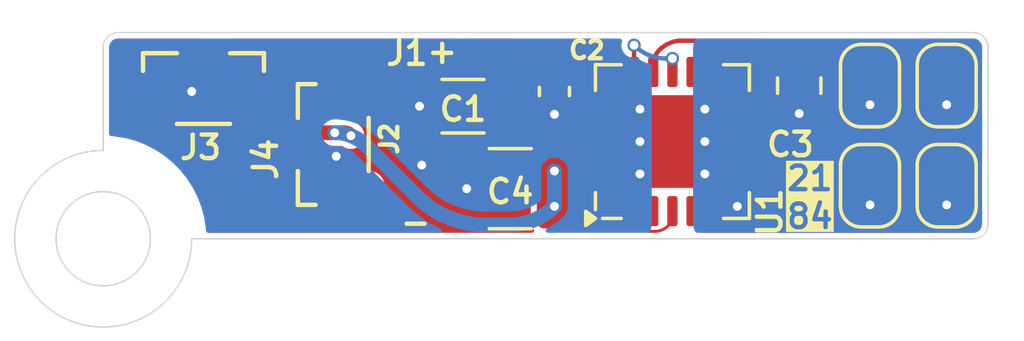
<source format=kicad_pcb>
(kicad_pcb (version 20240108) (generator "pcbnew") (generator_version "8.0")
  (layers (0 "F.Cu" signal) (31 "B.Cu" signal) (34 "B.Paste" user) (35 "F.Paste" user) (36 "B.SilkS" user "B.Silkscreen") (37 "F.SilkS" user "F.Silkscreen") (38 "B.Mask" user) (39 "F.Mask" user) (44 "Edge.Cuts" user))
  (net 0 "")
  (net 1 "GND")
  (net 2 "Net-(U1-NR)")
  (net 3 "Net-(JP1-B)")
  (net 4 "Net-(JP2-B)")
  (net 5 "Net-(JP3-B)")
  (net 6 "Net-(JP4-B)")
  (net 10 "/IN")
  (net 11 "/OUT")
  (footprint "Capacitor_SMD:C_1210_3225Metric" (layer "F.Cu") (at 148.8 101.8 180)
    (property "Reference" "C4" (at 0 -0.1 360) (layer "F.SilkS") (effects (font (size 0.8 0.8))))
    (property "Value" "22µF 16V")
    (fp_line (start -0.711252 1.36) (end 0.711252 1.36) (stroke (width 0.12)) (layer "F.SilkS"))
    (fp_line (start -0.711252 -1.36) (end 0.711252 -1.36) (stroke (width 0.12)) (layer "F.SilkS"))
    (pad "1" smd roundrect (at -1.475 0 180) (size 1.15 2.7) (layers "F.Cu" "F.Paste" "F.Mask") (roundrect_rratio 0.217391) (net 11 "/OUT"))
    (pad "2" smd roundrect (at 1.475 0 180) (size 1.15 2.7) (layers "F.Cu" "F.Paste" "F.Mask") (roundrect_rratio 0.217391) (net 1 "GND"))
  )
  (footprint "Connector_Wire:SolderWirePad_1x01_SMD_1x2mm" (layer "F.Cu") (at 148.1 97.2 -90)
    (property "Reference" "J1" (at 0 2.8 180) (layer "F.SilkS") (effects (font (size 0.8 0.8))))
    (property "Value" "IN+")
    (pad "1" smd roundrect (at 0 0 270) (size 1 2) (layers "F.Cu" "F.Paste" "F.Mask") (net 10 "/IN"))
  )
  (footprint "Jumper:SolderJumper-2_P1.3mm_Open_RoundedPad1.0x1.5mm" (layer "F.Cu") (at 163.6 101.7 90)
    (property "Reference" "JP2" (hide yes))
    (property "Value" "0.4V")
    (fp_line (start -0.7 -1) (end 0.7 -1) (stroke (width 0.12)) (layer "F.SilkS"))
    (fp_line (start 1.4 -0.3) (end 1.4 0.3) (stroke (width 0.12)) (layer "F.SilkS"))
    (fp_line (start -1.4 0.3) (end -1.4 -0.3) (stroke (width 0.12)) (layer "F.SilkS"))
    (fp_line (start 0.7 1) (end -0.7 1) (stroke (width 0.12)) (layer "F.SilkS"))
    (fp_arc (start 0.7 -1) (mid 1.194975 -0.794975) (end 1.4 -0.3) (stroke (width 0.12)) (layer "F.SilkS"))
    (fp_arc (start -1.4 -0.3) (mid -1.194975 -0.794975) (end -0.7 -1) (stroke (width 0.12)) (layer "F.SilkS"))
    (fp_arc (start 1.4 0.3) (mid 1.194975 0.794975) (end 0.7 1) (stroke (width 0.12)) (layer "F.SilkS"))
    (fp_arc (start -0.7 1) (mid -1.194975 0.794975) (end -1.4 0.3) (stroke (width 0.12)) (layer "F.SilkS"))
    (pad "1" smd custom (at -0.65 0 90) (size 1 0.5) (layers "F.Cu" "F.Mask") (net 1 "GND") (options (clearance outline) (anchor rect)) (primitives (gr_circle (center 0 0.25) (end 0.5 0.25) (width 0) (fill yes)) (gr_circle (center 0 -0.25) (end 0.5 -0.25) (width 0) (fill yes)) (gr_poly (pts (xy 0.5 0.75) (xy 0 0.75) (xy 0 -0.75) (xy 0.5 -0.75)) (width 0) (fill yes))))
    (pad "2" smd custom (at 0.65 0 90) (size 1 0.5) (layers "F.Cu" "F.Mask") (net 4 "Net-(JP2-B)") (options (clearance outline) (anchor rect)) (primitives (gr_circle (center 0 0.25) (end 0.5 0.25) (width 0) (fill yes)) (gr_circle (center 0 -0.25) (end 0.5 -0.25) (width 0) (fill yes)) (gr_poly (pts (xy 0 0.75) (xy -0.5 0.75) (xy -0.5 -0.75) (xy 0 -0.75)) (width 0) (fill yes))))
  )
  (footprint "Capacitor_SMD:C_0805_2012Metric" (layer "F.Cu") (at 158.6 98.3 -90)
    (property "Reference" "C3" (at 2 0.3 0) (layer "F.SilkS") (effects (font (size 0.8 0.8))))
    (property "Value" "1µF 50Vl")
    (fp_line (start -0.261252 0.735) (end 0.261252 0.735) (stroke (width 0.12)) (layer "F.SilkS"))
    (fp_line (start -0.261252 -0.735) (end 0.261252 -0.735) (stroke (width 0.12)) (layer "F.SilkS"))
    (pad "1" smd roundrect (at -0.95 0 270) (size 1 1.45) (layers "F.Cu" "F.Paste" "F.Mask") (net 2 "Net-(U1-NR)"))
    (pad "2" smd roundrect (at 0.95 0 270) (size 1 1.45) (layers "F.Cu" "F.Paste" "F.Mask") (net 1 "GND"))
  )
  (footprint "BW_Connectors:Amphenol_MINITEK_0.8_2P_V" (layer "F.Cu") (at 138.4 98.4)
    (property "Reference" "J3" (at -0.1 2 360) (layer "F.SilkS") (effects (font (size 0.8 0.8))))
    (property "Value" "OUT")
    (fp_line (start -2.05 -1.2) (end -0.9 -1.2) (stroke (width 0.15)) (layer "F.SilkS"))
    (fp_line (start -2.05 -0.6) (end -2.05 -1.2) (stroke (width 0.15)) (layer "F.SilkS"))
    (fp_line (start -0.9 1.2) (end 0.9 1.2) (stroke (width 0.15)) (layer "F.SilkS"))
    (fp_line (start 0.9 -1.2) (end 2.05 -1.2) (stroke (width 0.15)) (layer "F.SilkS"))
    (fp_line (start 2.05 -1.2) (end 2.05 -0.6) (stroke (width 0.15)) (layer "F.SilkS"))
    (pad "1" smd roundrect (at 0.4 -1) (size 0.5 1.3) (layers "F.Cu" "F.Paste" "F.Mask") (net 11 "/OUT"))
    (pad "2" smd roundrect (at -0.4 -1) (size 0.5 1.3) (layers "F.Cu" "F.Paste" "F.Mask") (net 1 "GND"))
    (pad "M" smd roundrect (at -1.8 0.6) (size 1.4 1.9) (layers "F.Cu" "F.Paste" "F.Mask"))
    (pad "M" smd roundrect (at 1.8 0.6) (size 1.4 1.9) (layers "F.Cu" "F.Paste" "F.Mask"))
  )
  (footprint "Jumper:SolderJumper-2_P1.3mm_Open_RoundedPad1.0x1.5mm" (layer "F.Cu") (at 163.6 98.3 90)
    (property "Reference" "JP4" (hide yes))
    (property "Value" "0.1V")
    (fp_line (start -0.7 -1) (end 0.7 -1) (stroke (width 0.12)) (layer "F.SilkS"))
    (fp_line (start 1.4 -0.3) (end 1.4 0.3) (stroke (width 0.12)) (layer "F.SilkS"))
    (fp_line (start -1.4 0.3) (end -1.4 -0.3) (stroke (width 0.12)) (layer "F.SilkS"))
    (fp_line (start 0.7 1) (end -0.7 1) (stroke (width 0.12)) (layer "F.SilkS"))
    (fp_arc (start 0.7 -1) (mid 1.194975 -0.794975) (end 1.4 -0.3) (stroke (width 0.12)) (layer "F.SilkS"))
    (fp_arc (start -1.4 -0.3) (mid -1.194975 -0.794975) (end -0.7 -1) (stroke (width 0.12)) (layer "F.SilkS"))
    (fp_arc (start 1.4 0.3) (mid 1.194975 0.794975) (end 0.7 1) (stroke (width 0.12)) (layer "F.SilkS"))
    (fp_arc (start -0.7 1) (mid -1.194975 0.794975) (end -1.4 0.3) (stroke (width 0.12)) (layer "F.SilkS"))
    (pad "1" smd custom (at -0.65 0 90) (size 1 0.5) (layers "F.Cu" "F.Mask") (net 1 "GND") (options (clearance outline) (anchor rect)) (primitives (gr_circle (center 0 0.25) (end 0.5 0.25) (width 0) (fill yes)) (gr_circle (center 0 -0.25) (end 0.5 -0.25) (width 0) (fill yes)) (gr_poly (pts (xy 0.5 0.75) (xy 0 0.75) (xy 0 -0.75) (xy 0.5 -0.75)) (width 0) (fill yes))))
    (pad "2" smd custom (at 0.65 0 90) (size 1 0.5) (layers "F.Cu" "F.Mask") (net 6 "Net-(JP4-B)") (options (clearance outline) (anchor rect)) (primitives (gr_circle (center 0 0.25) (end 0.5 0.25) (width 0) (fill yes)) (gr_circle (center 0 -0.25) (end 0.5 -0.25) (width 0) (fill yes)) (gr_poly (pts (xy 0 0.75) (xy -0.5 0.75) (xy -0.5 -0.75) (xy 0 -0.75)) (width 0) (fill yes))))
  )
  (footprint "Package_DFN_QFN:Texas_RGW0020A_VQFN-20-1EP_5x5mm_P0.65mm_EP3.15x3.15mm" (layer "F.Cu") (at 154.3 100.2 90)
    (property "Reference" "U1" (at -2.4 3.3 90) (layer "F.SilkS") (effects (font (size 0.8 0.8))))
    (property "Value" "TPS7A47")
    (fp_line (start 2.61 -2.61) (end 2.61 -1.735) (stroke (width 0.12)) (layer "F.SilkS"))
    (fp_line (start 1.735 -2.61) (end 2.61 -2.61) (stroke (width 0.12)) (layer "F.SilkS"))
    (fp_line (start -1.735 -2.61) (end -2.31 -2.61) (stroke (width 0.12)) (layer "F.SilkS"))
    (fp_line (start -2.61 -1.735) (end -2.61 -2.37) (stroke (width 0.12)) (layer "F.SilkS"))
    (fp_line (start 2.61 2.61) (end 2.61 1.735) (stroke (width 0.12)) (layer "F.SilkS"))
    (fp_line (start 1.735 2.61) (end 2.61 2.61) (stroke (width 0.12)) (layer "F.SilkS"))
    (fp_line (start -1.735 2.61) (end -2.61 2.61) (stroke (width 0.12)) (layer "F.SilkS"))
    (fp_line (start -2.61 2.61) (end -2.61 1.735) (stroke (width 0.12)) (layer "F.SilkS"))
    (fp_poly (pts (xy -2.61 -2.61) (xy -2.85 -2.94) (xy -2.37 -2.94) (xy -2.61 -2.61)) (stroke (width 0.12)) (fill solid) (layer "F.SilkS"))
    (pad "1" smd roundrect (at -2.3625 -1.3 90) (size 1.025 0.35) (layers "F.Cu" "F.Paste" "F.Mask") (net 11 "/OUT"))
    (pad "2" smd roundrect (at -2.3625 -0.65 90) (size 1.025 0.35) (layers "F.Cu" "F.Paste" "F.Mask"))
    (pad "3" smd roundrect (at -2.3625 0 90) (size 1.025 0.35) (layers "F.Cu" "F.Paste" "F.Mask") (net 11 "/OUT"))
    (pad "4" smd roundrect (at -2.3625 0.65 90) (size 1.025 0.35) (layers "F.Cu" "F.Paste" "F.Mask"))
    (pad "5" smd roundrect (at -2.3625 1.3 90) (size 1.025 0.35) (layers "F.Cu" "F.Paste" "F.Mask") (net 1 "GND"))
    (pad "6" smd roundrect (at -1.3 2.3625 90) (size 0.35 1.025) (layers "F.Cu" "F.Paste" "F.Mask") (net 1 "GND"))
    (pad "7" smd roundrect (at -0.65 2.3625 90) (size 0.35 1.025) (layers "F.Cu" "F.Paste" "F.Mask") (net 1 "GND"))
    (pad "8" smd roundrect (at 0 2.3625 90) (size 0.35 1.025) (layers "F.Cu" "F.Paste" "F.Mask"))
    (pad "9" smd roundrect (at 0.65 2.3625 90) (size 0.35 1.025) (layers "F.Cu" "F.Paste" "F.Mask") (net 3 "Net-(JP1-B)"))
    (pad "10" smd roundrect (at 1.3 2.3625 90) (size 0.35 1.025) (layers "F.Cu" "F.Paste" "F.Mask") (net 4 "Net-(JP2-B)"))
    (pad "11" smd roundrect (at 2.3625 1.3 90) (size 1.025 0.35) (layers "F.Cu" "F.Paste" "F.Mask") (net 5 "Net-(JP3-B)"))
    (pad "12" smd roundrect (at 2.3625 0.65 90) (size 1.025 0.35) (layers "F.Cu" "F.Paste" "F.Mask") (net 6 "Net-(JP4-B)"))
    (pad "13" smd roundrect (at 2.3625 0 90) (size 1.025 0.35) (layers "F.Cu" "F.Paste" "F.Mask") (net 10 "/IN"))
    (pad "14" smd roundrect (at 2.3625 -0.65 90) (size 1.025 0.35) (layers "F.Cu" "F.Paste" "F.Mask") (net 2 "Net-(U1-NR)"))
    (pad "15" smd roundrect (at 2.3625 -1.3 90) (size 1.025 0.35) (layers "F.Cu" "F.Paste" "F.Mask") (net 10 "/IN"))
    (pad "16" smd roundrect (at 1.3 -2.3625 90) (size 0.35 1.025) (layers "F.Cu" "F.Paste" "F.Mask") (net 10 "/IN"))
    (pad "17" smd roundrect (at 0.65 -2.3625 90) (size 0.35 1.025) (layers "F.Cu" "F.Paste" "F.Mask") (net 1 "GND"))
    (pad "18" smd roundrect (at 0 -2.3625 90) (size 0.35 1.025) (layers "F.Cu" "F.Paste" "F.Mask") (net 1 "GND"))
    (pad "19" smd roundrect (at -0.65 -2.3625 90) (size 0.35 1.025) (layers "F.Cu" "F.Paste" "F.Mask") (net 1 "GND"))
    (pad "20" smd roundrect (at -1.3 -2.3625 90) (size 0.35 1.025) (layers "F.Cu" "F.Paste" "F.Mask") (net 11 "/OUT"))
    (pad "21" smd rect (at 0 0 90) (size 3.15 3.15) (property pad_prop_heatsink) (layers "F.Cu" "F.Mask") (net 1 "GND"))
  )
  (footprint "Connector_Wire:SolderWirePad_1x01_SMD_1x2mm" (layer "F.Cu") (at 145.6 101.6 180)
    (property "Reference" "J2" (at 0.9 1.5 -90) (layer "F.SilkS") (effects (font (size 0.6 0.6))))
    (property "Value" "IN-")
    (pad "1" smd roundrect (at 0 0 180) (size 1 2) (layers "F.Cu" "F.Paste" "F.Mask") (net 1 "GND"))
  )
  (footprint "Jumper:SolderJumper-2_P1.3mm_Open_RoundedPad1.0x1.5mm" (layer "F.Cu") (at 161 101.7 90)
    (property "Reference" "JP1" (hide yes))
    (property "Value" "0.8V")
    (fp_line (start -0.7 -1) (end 0.7 -1) (stroke (width 0.12)) (layer "F.SilkS"))
    (fp_line (start 1.4 -0.3) (end 1.4 0.3) (stroke (width 0.12)) (layer "F.SilkS"))
    (fp_line (start -1.4 0.3) (end -1.4 -0.3) (stroke (width 0.12)) (layer "F.SilkS"))
    (fp_line (start 0.7 1) (end -0.7 1) (stroke (width 0.12)) (layer "F.SilkS"))
    (fp_arc (start 0.7 -1) (mid 1.194975 -0.794975) (end 1.4 -0.3) (stroke (width 0.12)) (layer "F.SilkS"))
    (fp_arc (start -1.4 -0.3) (mid -1.194975 -0.794975) (end -0.7 -1) (stroke (width 0.12)) (layer "F.SilkS"))
    (fp_arc (start 1.4 0.3) (mid 1.194975 0.794975) (end 0.7 1) (stroke (width 0.12)) (layer "F.SilkS"))
    (fp_arc (start -0.7 1) (mid -1.194975 0.794975) (end -1.4 0.3) (stroke (width 0.12)) (layer "F.SilkS"))
    (pad "1" smd custom (at -0.65 0 90) (size 1 0.5) (layers "F.Cu" "F.Mask") (net 1 "GND") (options (clearance outline) (anchor rect)) (primitives (gr_circle (center 0 0.25) (end 0.5 0.25) (width 0) (fill yes)) (gr_circle (center 0 -0.25) (end 0.5 -0.25) (width 0) (fill yes)) (gr_poly (pts (xy 0.5 0.75) (xy 0 0.75) (xy 0 -0.75) (xy 0.5 -0.75)) (width 0) (fill yes))))
    (pad "2" smd custom (at 0.65 0 90) (size 1 0.5) (layers "F.Cu" "F.Mask") (net 3 "Net-(JP1-B)") (options (clearance outline) (anchor rect)) (primitives (gr_circle (center 0 0.25) (end 0.5 0.25) (width 0) (fill yes)) (gr_circle (center 0 -0.25) (end 0.5 -0.25) (width 0) (fill yes)) (gr_poly (pts (xy 0 0.75) (xy -0.5 0.75) (xy -0.5 -0.75) (xy 0 -0.75)) (width 0) (fill yes))))
  )
  (footprint "Capacitor_SMD:C_1206_3216Metric" (layer "F.Cu") (at 147.2 99 180)
    (property "Reference" "C1" (at 0 -0.1 360) (layer "F.SilkS") (effects (font (size 0.8 0.8))))
    (property "Value" "10µF 50V")
    (fp_line (start -0.711252 0.91) (end 0.711252 0.91) (stroke (width 0.12)) (layer "F.SilkS"))
    (fp_line (start -0.711252 -0.91) (end 0.711252 -0.91) (stroke (width 0.12)) (layer "F.SilkS"))
    (pad "1" smd roundrect (at -1.475 0 180) (size 1.15 1.8) (layers "F.Cu" "F.Paste" "F.Mask") (roundrect_rratio 0.217391) (net 10 "/IN"))
    (pad "2" smd roundrect (at 1.475 0 180) (size 1.15 1.8) (layers "F.Cu" "F.Paste" "F.Mask") (roundrect_rratio 0.217391) (net 1 "GND"))
  )
  (footprint "BW_Connectors:Amphenol_MINITEK_0.8_2P_V" (layer "F.Cu") (at 142.8 100.3 90)
    (property "Reference" "J4" (at -0.5 -2.3 90) (layer "F.SilkS") (effects (font (size 0.8 0.8))))
    (property "Value" "OUT")
    (fp_line (start 2.05 -1.2) (end 2.05 -0.6) (stroke (width 0.15)) (layer "F.SilkS"))
    (fp_line (start 0.9 -1.2) (end 2.05 -1.2) (stroke (width 0.15)) (layer "F.SilkS"))
    (fp_line (start -2.05 -1.2) (end -0.9 -1.2) (stroke (width 0.15)) (layer "F.SilkS"))
    (fp_line (start -2.05 -0.6) (end -2.05 -1.2) (stroke (width 0.15)) (layer "F.SilkS"))
    (fp_line (start -0.9 1.2) (end 0.9 1.2) (stroke (width 0.15)) (layer "F.SilkS"))
    (pad "1" smd roundrect (at 0.4 -1 90) (size 0.5 1.3) (layers "F.Cu" "F.Paste" "F.Mask") (net 11 "/OUT"))
    (pad "2" smd roundrect (at -0.4 -1 90) (size 0.5 1.3) (layers "F.Cu" "F.Paste" "F.Mask") (net 1 "GND"))
    (pad "M" smd roundrect (at -1.8 0.6 90) (size 1.4 1.9) (layers "F.Cu" "F.Paste" "F.Mask"))
    (pad "M" smd roundrect (at 1.8 0.6 90) (size 1.4 1.9) (layers "F.Cu" "F.Paste" "F.Mask"))
  )
  (footprint "Jumper:SolderJumper-2_P1.3mm_Open_RoundedPad1.0x1.5mm" (layer "F.Cu") (at 161 98.3 90)
    (property "Reference" "JP3" (hide yes))
    (property "Value" "0.2V")
    (fp_line (start -0.7 -1) (end 0.7 -1) (stroke (width 0.12)) (layer "F.SilkS"))
    (fp_line (start 1.4 -0.3) (end 1.4 0.3) (stroke (width 0.12)) (layer "F.SilkS"))
    (fp_line (start -1.4 0.3) (end -1.4 -0.3) (stroke (width 0.12)) (layer "F.SilkS"))
    (fp_line (start 0.7 1) (end -0.7 1) (stroke (width 0.12)) (layer "F.SilkS"))
    (fp_arc (start 0.7 -1) (mid 1.194975 -0.794975) (end 1.4 -0.3) (stroke (width 0.12)) (layer "F.SilkS"))
    (fp_arc (start -1.4 -0.3) (mid -1.194975 -0.794975) (end -0.7 -1) (stroke (width 0.12)) (layer "F.SilkS"))
    (fp_arc (start 1.4 0.3) (mid 1.194975 0.794975) (end 0.7 1) (stroke (width 0.12)) (layer "F.SilkS"))
    (fp_arc (start -0.7 1) (mid -1.194975 0.794975) (end -1.4 0.3) (stroke (width 0.12)) (layer "F.SilkS"))
    (pad "1" smd custom (at -0.65 0 90) (size 1 0.5) (layers "F.Cu" "F.Mask") (net 1 "GND") (options (clearance outline) (anchor rect)) (primitives (gr_circle (center 0 0.25) (end 0.5 0.25) (width 0) (fill yes)) (gr_circle (center 0 -0.25) (end 0.5 -0.25) (width 0) (fill yes)) (gr_poly (pts (xy 0.5 0.75) (xy 0 0.75) (xy 0 -0.75) (xy 0.5 -0.75)) (width 0) (fill yes))))
    (pad "2" smd custom (at 0.65 0 90) (size 1 0.5) (layers "F.Cu" "F.Mask") (net 5 "Net-(JP3-B)") (options (clearance outline) (anchor rect)) (primitives (gr_circle (center 0 0.25) (end 0.5 0.25) (width 0) (fill yes)) (gr_circle (center 0 -0.25) (end 0.5 -0.25) (width 0) (fill yes)) (gr_poly (pts (xy 0 0.75) (xy -0.5 0.75) (xy -0.5 -0.75) (xy 0 -0.75)) (width 0) (fill yes))))
  )
  (footprint "Capacitor_SMD:C_0603_1608Metric" (layer "F.Cu") (at 150.3 98.5 -90)
    (property "Reference" "C2" (at -1.4 -1.1 0) (layer "F.SilkS") (effects (font (size 0.6 0.6))))
    (property "Value" "0.1µF")
    (fp_line (start -0.14058 0.51) (end 0.14058 0.51) (stroke (width 0.12)) (layer "F.SilkS"))
    (fp_line (start -0.14058 -0.51) (end 0.14058 -0.51) (stroke (width 0.12)) (layer "F.SilkS"))
    (pad "1" smd roundrect (at -0.775 0 270) (size 0.9 0.95) (layers "F.Cu" "F.Paste" "F.Mask") (net 10 "/IN"))
    (pad "2" smd roundrect (at 0.775 0 270) (size 0.9 0.95) (layers "F.Cu" "F.Paste" "F.Mask") (net 1 "GND"))
  )
  (gr_line (start 165 97) (end 165 103) (stroke (width 0.05)) (layer "Edge.Cuts"))
  (gr_arc (start 164.5 96.5) (mid 164.853553 96.646447) (end 165 97) (stroke (width 0.05)) (layer "Edge.Cuts"))
  (gr_line (start 135.5 96.5) (end 164.5 96.5) (stroke (width 0.05)) (layer "Edge.Cuts"))
  (gr_arc (start 165 103) (mid 164.853553 103.353553) (end 164.5 103.5) (stroke (width 0.05)) (layer "Edge.Cuts"))
  (gr_arc (start 138 103.5) (mid 132.87868 105.62132) (end 135 100.5) (stroke (width 0.05)) (layer "Edge.Cuts"))
  (gr_line (start 164.5 103.5) (end 138 103.5) (stroke (width 0.05)) (layer "Edge.Cuts"))
  (gr_circle (center 135 103.5) (end 136.6 103.5) (stroke (width 0.05)) (fill none) (layer "Edge.Cuts"))
  (gr_arc (start 135 97) (mid 135.146447 96.646447) (end 135.5 96.5) (stroke (width 0.05)) (layer "Edge.Cuts"))
  (gr_line (start 135 100.5) (end 135 97) (stroke (width 0.05)) (layer "Edge.Cuts"))
  (gr_text "+" (at 145.9 97.6 0) (layer "F.SilkS") (effects (font (size 0.8 0.8)) (justify left bottom)))
  (gr_text "-" (at 145 103.4 0) (layer "F.SilkS") (effects (font (size 0.8 0.8)) (justify left bottom)))
  (gr_text "21\n84" (at 158.1 103.209376 0) (layer "F.SilkS" knockout) (effects (font (size 0.8 0.8) (thickness 0.15) (bold yes)) (justify left bottom)))
  (segment (start 155.6 102.5625) (end 155.6 101.782842) (width 0.3) (layer "F.Cu") (net 1))
  (segment (start 156.6625 101.5) (end 155.882842 101.5) (width 0.3) (layer "F.Cu") (net 1))
  (segment (start 156.6625 100.85) (end 155.869238 100.85) (width 0.3) (layer "F.Cu") (net 1))
  (segment (start 151.9375 99.55) (end 150.963908 99.55) (width 0.5) (layer "F.Cu") (net 1))
  (segment (start 151.9375 100.85) (end 152.730762 100.85) (width 0.5) (layer "F.Cu") (net 1))
  (segment (start 156.34 98.35) (end 156.68331 98.35) (width 0.2) (layer "F.Cu") (net 1))
  (segment (start 151.9375 100.85) (end 151.9375 100.2) (width 0.5) (layer "F.Cu") (net 1))
  (segment (start 151.9375 100.2) (end 151.9375 99.55) (width 0.5) (layer "F.Cu") (net 1))
  (segment (start 154.3 100.2) (end 156.01565 98.48435) (width 0.2) (layer "F.Cu") (net 1))
  (segment (start 157.48 98.68) (end 157.661091 98.861091) (width 0.2) (layer "F.Cu") (net 1))
  (segment (start 151.9375 100.2) (end 154.3 100.2) (width 0.5) (layer "F.Cu") (net 1))
  (segment (start 151.9375 99.55) (end 152.730762 99.55) (width 0.5) (layer "F.Cu") (net 1))
  (via (at 147.325 101.8) (size 0.45) (drill 0.3) (layers "F.Cu" "B.Cu") (net 1))
  (via (at 145.8 101) (size 0.45) (drill 0.3) (layers "F.Cu" "B.Cu") (net 1))
  (via (at 163.6 102.35) (size 0.45) (drill 0.3) (layers "F.Cu" "B.Cu") (net 1))
  (via (at 161 98.95) (size 0.45) (drill 0.3) (layers "F.Cu" "B.Cu") (net 1))
  (via (at 142.9 100.7) (size 0.45) (drill 0.3) (layers "F.Cu" "B.Cu") (net 1))
  (via (at 145.725 99) (size 0.45) (drill 0.3) (layers "F.Cu" "B.Cu") (net 1))
  (via (at 158.6 99.25) (size 0.45) (drill 0.3) (layers "F.Cu" "B.Cu") (net 1))
  (via (at 161 102.35) (size 0.45) (drill 0.3) (layers "F.Cu" "B.Cu") (net 1))
  (via (at 155.4 100.2) (size 0.45) (drill 0.3) (layers "F.Cu" "B.Cu") (net 1))
  (via (at 150.3 99.275) (size 0.45) (drill 0.3) (layers "F.Cu" "B.Cu") (net 1))
  (via (at 153.2 100.2) (size 0.45) (drill 0.3) (layers "F.Cu" "B.Cu") (net 1))
  (via (at 153.2 101.3) (size 0.45) (drill 0.3) (layers "F.Cu" "B.Cu") (net 1))
  (via (at 155.4 99.1) (size 0.45) (drill 0.3) (layers "F.Cu" "B.Cu") (net 1))
  (via (at 156.5 102.4) (size 0.45) (drill 0.3) (layers "F.Cu" "B.Cu") (net 1))
  (via (at 155.4 101.3) (size 0.45) (drill 0.3) (layers "F.Cu" "B.Cu") (net 1))
  (via (at 138 98.5) (size 0.45) (drill 0.3) (layers "F.Cu" "B.Cu") (net 1))
  (via (at 163.6 98.95) (size 0.45) (drill 0.3) (layers "F.Cu" "B.Cu") (net 1))
  (via (at 153.2 99.1) (size 0.45) (drill 0.3) (layers "F.Cu" "B.Cu") (net 1))
  (arc (start 155.882842 101.5) (mid 155.62153 101.448022) (end 155.4 101.3) (width 0.3) (layer "F.Cu") (net 1))
  (arc (start 155.6 101.782842) (mid 155.548022 101.52153) (end 155.4 101.3) (width 0.3) (layer "F.Cu") (net 1))
  (arc (start 152.730762 99.55) (mid 153.580027 99.71893) (end 154.3 100.2) (width 0.5) (layer "F.Cu") (net 1))
  (arc (start 156.01565 98.48435) (mid 156.164463 98.384917) (end 156.34 98.35) (width 0.2) (layer "F.Cu") (net 1))
  (arc (start 157.661091 98.861091) (mid 158.091866 99.148926) (end 158.6 99.25) (width 0.2) (layer "F.Cu") (net 1))
  (arc (start 150.963908 99.55) (mid 150.604603 99.47853) (end 150.3 99.275) (width 0.5) (layer "F.Cu") (net 1))
  (arc (start 155.869238 100.85) (mid 155.019972 100.681071) (end 154.3 100.2) (width 0.3) (layer "F.Cu") (net 1))
  (arc (start 152.730762 100.85) (mid 153.580028 100.68107) (end 154.3 100.2) (width 0.5) (layer "F.Cu") (net 1))
  (arc (start 156.68331 98.35) (mid 157.114475 98.435764) (end 157.48 98.68) (width 0.2) (layer "F.Cu") (net 1))
  (segment (start 154.116196 96.896526) (end 154.314581 96.814357) (width 0.15) (layer "F.Cu") (net 2))
  (segment (start 153.86 97.09) (end 153.937656 97.01582) (width 0.15) (layer "F.Cu") (net 2))
  (segment (start 154.512478 96.775) (end 157.211828 96.775) (width 0.15) (layer "F.Cu") (net 2))
  (segment (start 153.65 97.7375) (end 153.65 97.596984) (width 0.15) (layer "F.Cu") (net 2))
  (segment (start 154.314581 96.814357) (end 154.512478 96.775) (width 0.15) (layer "F.Cu") (net 2))
  (segment (start 153.937656 97.01582) (end 154.116196 96.896526) (width 0.15) (layer "F.Cu") (net 2))
  (arc (start 157.211828 96.775) (mid 157.963101 96.924438) (end 158.6 97.35) (width 0.15) (layer "F.Cu") (net 2))
  (arc (start 153.65 97.596984) (mid 153.704577 97.322606) (end 153.86 97.09) (width 0.15) (layer "F.Cu") (net 2))
  (segment (start 156.6625 99.55) (end 156.793726 99.55) (width 0.15) (layer "F.Cu") (net 3))
  (segment (start 158.14 100.28) (end 159.425026 100.28) (width 0.15) (layer "F.Cu") (net 3))
  (segment (start 160.27 100.63) (end 160.470797 100.830797) (width 0.15) (layer "F.Cu") (net 3))
  (segment (start 157.18 99.71) (end 157.474228 100.004228) (width 0.15) (layer "F.Cu") (net 3))
  (arc (start 157.474228 100.004228) (mid 157.779687 100.208329) (end 158.14 100.28) (width 0.15) (layer "F.Cu") (net 3))
  (arc (start 156.793726 99.55) (mid 157.002776 99.591583) (end 157.18 99.71) (width 0.15) (layer "F.Cu") (net 3))
  (arc (start 160.470797 100.830797) (mid 160.713598 100.993031) (end 161 101.05) (width 0.15) (layer "F.Cu") (net 3))
  (arc (start 159.425026 100.28) (mid 159.882322 100.370962) (end 160.27 100.63) (width 0.15) (layer "F.Cu") (net 3))
  (segment (start 162.9 100.59) (end 163.190294 100.880294) (width 0.15) (layer "F.Cu") (net 4))
  (segment (start 157.753137 99.833137) (end 157.77 99.85) (width 0.15) (layer "F.Cu") (net 4))
  (segment (start 156.6625 98.9) (end 156.790589 98.9) (width 0.15) (layer "F.Cu") (net 4))
  (segment (start 158.327574 99.99) (end 161.451472 99.99) (width 0.15) (layer "F.Cu") (net 4))
  (segment (start 158.107989 99.99) (end 158.327574 99.99) (width 0.15) (layer "F.Cu") (net 4))
  (segment (start 157.37 99.14) (end 157.533934 99.303934) (width 0.15) (layer "F.Cu") (net 4))
  (arc (start 157.77 99.85) (mid 157.925071 99.953615) (end 158.107989 99.99) (width 0.15) (layer "F.Cu") (net 4))
  (arc (start 163.190294 100.880294) (mid 163.378269 101.005895) (end 163.6 101.05) (width 0.15) (layer "F.Cu") (net 4))
  (arc (start 157.64 99.56) (mid 157.669403 99.707821) (end 157.753137 99.833137) (width 0.15) (layer "F.Cu") (net 4))
  (arc (start 157.533934 99.303934) (mid 157.612434 99.421418) (end 157.64 99.56) (width 0.15) (layer "F.Cu") (net 4))
  (arc (start 156.790589 98.9) (mid 157.104164 98.962374) (end 157.37 99.14) (width 0.15) (layer "F.Cu") (net 4))
  (arc (start 161.451472 99.99) (mid 162.235409 100.145935) (end 162.9 100.59) (width 0.15) (layer "F.Cu") (net 4))
  (segment (start 158.059116 98.44) (end 159.158163 98.44) (width 0.15) (layer "F.Cu") (net 5))
  (segment (start 159.673431 98.226569) (end 159.877573 98.022427) (width 0.15) (layer "F.Cu") (net 5))
  (segment (start 159.877573 98.022427) (end 159.952218 97.947782) (width 0.15) (layer "F.Cu") (net 5))
  (segment (start 155.6 97.7375) (end 156.363132 97.7375) (width 0.15) (layer "F.Cu") (net 5))
  (segment (start 160.14 97.87) (end 160.468874 97.87) (width 0.15) (layer "F.Cu") (net 5))
  (arc (start 157.19 98.08) (mid 157.588754 98.346439) (end 158.059116 98.44) (width 0.15) (layer "F.Cu") (net 5))
  (arc (start 159.952218 97.947782) (mid 160.038373 97.890215) (end 160.14 97.87) (width 0.15) (layer "F.Cu") (net 5))
  (arc (start 160.468874 97.87) (mid 160.756317 97.812824) (end 161 97.65) (width 0.15) (layer "F.Cu") (net 5))
  (arc (start 159.158163 98.44) (mid 159.437024 98.384531) (end 159.673431 98.226569) (width 0.15) (layer "F.Cu") (net 5))
  (arc (start 156.363132 97.7375) (mid 156.810629 97.826513) (end 157.19 98.08) (width 0.15) (layer "F.Cu") (net 5))
  (segment (start 159.117868 98.16) (end 158.12 98.16) (width 0.15) (layer "F.Cu") (net 6))
  (segment (start 163.070797 97.430797) (end 162.89 97.25) (width 0.15) (layer "F.Cu") (net 6))
  (segment (start 161.876031 96.83) (end 160.3187 96.83) (width 0.15) (layer "F.Cu") (net 6))
  (segment (start 154.95 97.8375) (end 154.95 97.686274) (width 0.15) (layer "F.Cu") (net 6))
  (segment (start 159.64 97.551126) (end 159.64 97.623726) (width 0.15) (layer "F.Cu") (net 6))
  (segment (start 157.454228 97.884228) (end 157.27 97.7) (width 0.15) (layer "F.Cu") (net 6))
  (segment (start 155.918041 97.14) (end 155.496274 97.14) (width 0.15) (layer "F.Cu") (net 6))
  (arc (start 159.86 97.02) (mid 159.697176 97.263683) (end 159.64 97.551126) (width 0.15) (layer "F.Cu") (net 6))
  (arc (start 163.6 97.65) (mid 163.313598 97.593031) (end 163.070797 97.430797) (width 0.15) (layer "F.Cu") (net 6))
  (arc (start 159.64 97.623726) (mid 159.598418 97.832776) (end 159.48 98.01) (width 0.15) (layer "F.Cu") (net 6))
  (arc (start 155.496274 97.14) (mid 155.287224 97.181583) (end 155.11 97.3) (width 0.15) (layer "F.Cu") (net 6))
  (arc (start 159.48 98.01) (mid 159.313852 98.121016) (end 159.117868 98.16) (width 0.15) (layer "F.Cu") (net 6))
  (arc (start 158.12 98.16) (mid 157.759687 98.088329) (end 157.454228 97.884228) (width 0.15) (layer "F.Cu") (net 6))
  (arc (start 157.27 97.7) (mid 156.649716 97.285539) (end 155.918041 97.14) (width 0.15) (layer "F.Cu") (net 6))
  (arc (start 154.95 97.686274) (mid 154.991583 97.477224) (end 155.11 97.3) (width 0.15) (layer "F.Cu") (net 6))
  (arc (start 162.89 97.25) (mid 162.424787 96.939155) (end 161.876031 96.83) (width 0.15) (layer "F.Cu") (net 6))
  (arc (start 160.3187 96.83) (mid 160.070453 96.879379) (end 159.86 97.02) (width 0.15) (layer "F.Cu") (net 6))
  (segment (start 152.596451 97.8375) (end 153 97.8375) (width 0.5) (layer "F.Cu") (net 10))
  (segment (start 151.9375 98.9) (end 151.9375 98.595446) (width 0.5) (layer "F.Cu") (net 10))
  (segment (start 148.1 97.611828) (end 148.1 97.2) (width 0.8) (layer "F.Cu") (net 10))
  (segment (start 150.3 97.725) (end 151.49195 97.725) (width 0.8) (layer "F.Cu") (net 10))
  (segment (start 154.3 97.8375) (end 154.3 97.38) (width 0.15) (layer "F.Cu") (net 10))
  (segment (start 148.675 99) (end 149.702512 97.972488) (width 0.8) (layer "F.Cu") (net 10))
  (segment (start 153 96.93) (end 153 97.8375) (width 0.15) (layer "F.Cu") (net 10))
  (via (at 153 96.93) (size 0.45) (drill 0.3) (layers "F.Cu" "B.Cu") (net 10))
  (via (at 154.3 97.38) (size 0.45) (drill 0.3) (layers "F.Cu" "B.Cu") (net 10))
  (arc (start 151.9375 98.595446) (mid 152.000524 98.278605) (end 152.18 98.01) (width 0.5) (layer "F.Cu") (net 10))
  (arc (start 148.675 99) (mid 148.249437 98.363102) (end 148.1 97.611828) (width 0.8) (layer "F.Cu") (net 10))
  (arc (start 149.702512 97.972488) (mid 149.976641 97.78932) (end 150.3 97.725) (width 0.8) (layer "F.Cu") (net 10))
  (arc (start 151.49195 97.725) (mid 151.86432 97.799069) (end 152.18 98.01) (width 0.8) (layer "F.Cu") (net 10))
  (arc (start 152.18 98.01) (mid 152.371069 97.882331) (end 152.596451 97.8375) (width 0.5) (layer "F.Cu") (net 10))
  (segment (start 154.3 97.38) (end 154.09071 97.38) (width 0.15) (layer "B.Cu") (net 10))
  (segment (start 154.09071 97.38) (end 154.086396 97.38) (width 0.15) (layer "B.Cu") (net 10))
  (arc (start 154.086396 97.38) (mid 153.498443 97.263049) (end 153 96.93) (width 0.15) (layer "B.Cu") (net 10))
  (segment (start 140.82346 97.4) (end 138.8 97.4) (width 0.5) (layer "F.Cu") (net 11))
  (segment (start 152.19 102.37) (end 150.67 102.37) (width 0.8) (layer "F.Cu") (net 11))
  (segment (start 141.8 99.9) (end 141.8 98.448406) (width 0.5) (layer "F.Cu") (net 11))
  (segment (start 150.398744 102.098743) (end 150.67 102.37) (width 0.8) (layer "F.Cu") (net 11))
  (segment (start 143.158579 99.9) (end 142.85 99.9) (width 0.5) (layer "F.Cu") (net 11))
  (segment (start 151.9375 101.760412) (end 151.9375 101.5) (width 0.5) (layer "F.Cu") (net 11))
  (segment (start 153.11 103.01) (end 153.201507 103.101507) (width 0.1) (layer "F.Cu") (net 11))
  (segment (start 153.56 103.25) (end 153.7013 103.25) (width 0.1) (layer "F.Cu") (net 11))
  (segment (start 153 102.5625) (end 153 102.744437) (width 0.1) (layer "F.Cu") (net 11))
  (segment (start 154.3 102.5625) (end 154.3 102.722011) (width 0.1) (layer "F.Cu") (net 11))
  (segment (start 141.49 97.7) (end 141.444248 97.657139) (width 0.5) (layer "F.Cu") (net 11))
  (segment (start 153 102.5625) (end 152.654736 102.5625) (width 0.5) (layer "F.Cu") (net 11))
  (segment (start 142.85 99.9) (end 141.8 99.9) (width 0.5) (layer "F.Cu") (net 11))
  (via (at 150.3 101.2) (size 0.45) (drill 0.3) (layers "F.Cu" "B.Cu") (net 11))
  (via (at 143.4 100) (size 0.45) (drill 0.3) (layers "F.Cu" "B.Cu") (net 11))
  (via (at 142.85 99.9) (size 0.45) (drill 0.3) (layers "F.Cu" "B.Cu") (net 11))
  (via (at 150.3 102.4) (size 0.45) (drill 0.3) (layers "F.Cu" "B.Cu") (net 11))
  (arc (start 141.444248 97.657139) (mid 141.159428 97.466828) (end 140.82346 97.4) (width 0.5) (layer "F.Cu") (net 11))
  (arc (start 153.201507 103.101507) (mid 153.365985 103.211408) (end 153.56 103.25) (width 0.1) (layer "F.Cu") (net 11))
  (arc (start 153 102.744437) (mid 153.028588 102.888158) (end 153.11 103.01) (width 0.1) (layer "F.Cu") (net 11))
  (arc (start 152.654736 102.5625) (mid 152.403223 102.512471) (end 152.19 102.37) (width 0.5) (layer "F.Cu") (net 11))
  (arc (start 154.3 102.722011) (mid 154.263615 102.904929) (end 154.16 103.06) (width 0.1) (layer "F.Cu") (net 11))
  (arc (start 141.8 98.448406) (mid 141.719434 98.043372) (end 141.49 97.7) (width 0.5) (layer "F.Cu") (net 11))
  (arc (start 143.4 100) (mid 143.289235 99.925989) (end 143.158579 99.9) (width 0.5) (layer "F.Cu") (net 11))
  (arc (start 150.275 101.8) (mid 150.30716 101.961679) (end 150.398744 102.098743) (width 0.8) (layer "F.Cu") (net 11))
  (arc (start 152.19 102.37) (mid 152.003122 102.090319) (end 151.9375 101.760412) (width 0.5) (layer "F.Cu") (net 11))
  (arc (start 153.7013 103.25) (mid 153.949547 103.20062) (end 154.16 103.06) (width 0.1) (layer "F.Cu") (net 11))
  (segment (start 145.31 101.73) (end 143.925478 100.345478) (width 0.5) (layer "B.Cu") (net 11))
  (segment (start 148.779046 103.03) (end 147.953624 103.03) (width 0.5) (layer "B.Cu") (net 11))
  (segment (start 150.3 102.4) (end 150.3 101.2) (width 0.5) (layer "B.Cu") (net 11))
  (segment (start 145.659915 102.079914) (end 145.31 101.73) (width 0.5) (layer "B.Cu") (net 11))
  (arc (start 150.3 102.4) (mid 149.60218 102.866269) (end 148.779046 103.03) (width 0.5) (layer "B.Cu") (net 11))
  (arc (start 147.953624 103.03) (mid 146.712277 102.783081) (end 145.659915 102.079914) (width 0.5) (layer "B.Cu") (net 11))
  (arc (start 143.925478 100.345478) (mid 143.432045 100.015776) (end 142.85 99.9) (width 0.5) (layer "B.Cu") (net 11))
  (zone (net 1) (net_name "GND") (layers "F&B.Cu") (connect_pads yes (clearance 0.2)) (min_thickness 0.15) (fill yes (thermal_gap 0.4) (thermal_bridge_width 0.4) (smoothing fillet) (radius 0.5))
    (polygon (pts (xy 134.5 96) (xy 153.6 96) (xy 153.6 104) (xy 134.5 104)))
  )
  (zone (net 1) (net_name "GND") (layers "F&B.Cu") (connect_pads yes (clearance 0.2)) (min_thickness 0.15) (fill yes (thermal_gap 0.4) (thermal_bridge_width 0.4) (smoothing fillet) (radius 0.5))
    (polygon (pts (xy 155 96) (xy 165.5 96) (xy 165.5 104) (xy 155 104)))
  )
  (zone (net 0) (net_name "") (layers "F&B.Cu" "User.2") (name "Screw") (connect_pads (clearance 0)) (min_thickness 0.25)
    (keepout (tracks not_allowed) (vias not_allowed) (pads not_allowed) (copperpour not_allowed) (footprints not_allowed))
    (fill (thermal_gap 0.5) (thermal_bridge_width 0.5))
    (polygon (pts (xy 138.5 103.5) (xy 138.480827 103.13415) (xy 138.423517 102.772309) (xy 138.328698 102.418441) (xy 138.197409 102.076422) (xy 138.031089 101.75) (xy 137.831559 101.442752) (xy 137.601007 101.158043) (xy 137.341957 100.898993) (xy 137.057248 100.668441) (xy 136.75 100.468911) (xy 136.423578 100.302591) (xy 136.081559 100.171302) (xy 135.727691 100.076483) (xy 135.36585 100.019173) (xy 135 100) (xy 134.63415 100.019173) (xy 134.272309 100.076483) (xy 133.918441 100.171302) (xy 133.576422 100.302591) (xy 133.25 100.468911) (xy 132.942752 100.668441) (xy 132.658043 100.898993) (xy 132.398993 101.158043) (xy 132.168441 101.442752) (xy 131.968911 101.75) (xy 131.802591 102.076422) (xy 131.671302 102.418441) (xy 131.576483 102.772309) (xy 131.519173 103.13415) (xy 131.5 103.5) (xy 131.519173 103.86585) (xy 131.576483 104.227691) (xy 131.671302 104.581559) (xy 131.802591 104.923578) (xy 131.968911 105.25) (xy 132.168441 105.557248) (xy 132.398993 105.841957) (xy 132.658043 106.101007) (xy 132.942752 106.331559) (xy 133.25 106.531089) (xy 133.576422 106.697409) (xy 133.918441 106.828698) (xy 134.272309 106.923517) (xy 134.63415 106.980827) (xy 135 107) (xy 135.36585 106.980827) (xy 135.727691 106.923517) (xy 136.081559 106.828698) (xy 136.423578 106.697409) (xy 136.75 106.531089) (xy 137.057248 106.331559) (xy 137.341957 106.101007) (xy 137.601007 105.841957) (xy 137.831559 105.557248) (xy 138.031089 105.25) (xy 138.197409 104.923578) (xy 138.328698 104.581559) (xy 138.423517 104.227691) (xy 138.480827 103.86585) (xy 138.5 103.5)))
  )
)
</source>
